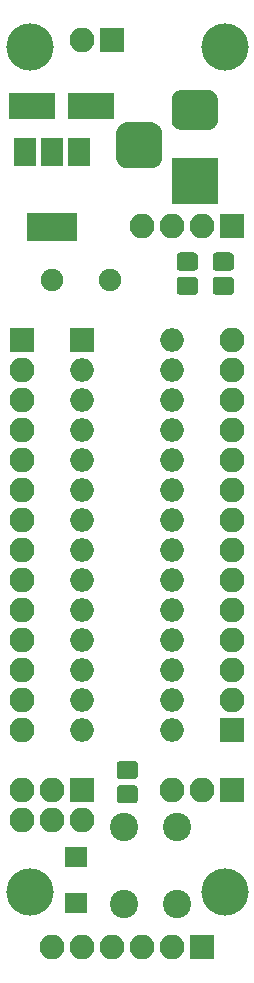
<source format=gbr>
G04 #@! TF.GenerationSoftware,KiCad,Pcbnew,(5.0.0)*
G04 #@! TF.CreationDate,2018-09-25T17:42:14-07:00*
G04 #@! TF.ProjectId,firefly,66697265666C792E6B696361645F7063,A*
G04 #@! TF.SameCoordinates,Original*
G04 #@! TF.FileFunction,Soldermask,Top*
G04 #@! TF.FilePolarity,Negative*
%FSLAX46Y46*%
G04 Gerber Fmt 4.6, Leading zero omitted, Abs format (unit mm)*
G04 Created by KiCad (PCBNEW (5.0.0)) date 09/25/18 17:42:14*
%MOMM*%
%LPD*%
G01*
G04 APERTURE LIST*
%ADD10C,4.000000*%
%ADD11O,2.100000X2.100000*%
%ADD12R,2.100000X2.100000*%
%ADD13C,2.400000*%
%ADD14R,1.870000X1.670000*%
%ADD15R,1.900000X2.400000*%
%ADD16R,4.200000X2.400000*%
%ADD17R,3.900000X2.200000*%
%ADD18C,0.100000*%
%ADD19C,1.550000*%
%ADD20C,3.900000*%
%ADD21C,3.400000*%
%ADD22R,3.900000X3.900000*%
%ADD23O,2.000000X2.000000*%
%ADD24R,2.000000X2.000000*%
%ADD25C,1.900000*%
G04 APERTURE END LIST*
D10*
G04 #@! TO.C,REF\002A\002A*
X159131000Y-66693000D03*
G04 #@! TD*
D11*
G04 #@! TO.C,J8*
X141986000Y-132080000D03*
X141986000Y-129540000D03*
X144526000Y-132080000D03*
X144526000Y-129540000D03*
X147066000Y-132080000D03*
D12*
X147066000Y-129540000D03*
G04 #@! TD*
D10*
G04 #@! TO.C,REF\002A\002A*
X142621000Y-66675000D03*
G04 #@! TD*
G04 #@! TO.C,REF\002A\002A*
X159131000Y-138176000D03*
G04 #@! TD*
G04 #@! TO.C,REF\002A\002A*
X142621000Y-138176000D03*
G04 #@! TD*
D13*
G04 #@! TO.C,SW1*
X155122000Y-139215000D03*
X150622000Y-139215000D03*
X155122000Y-132715000D03*
X150622000Y-132715000D03*
G04 #@! TD*
D11*
G04 #@! TO.C,J6*
X154686000Y-129540000D03*
X157226000Y-129540000D03*
D12*
X159766000Y-129540000D03*
G04 #@! TD*
D11*
G04 #@! TO.C,J5*
X152146000Y-81788000D03*
X154686000Y-81788000D03*
X157226000Y-81788000D03*
D12*
X159766000Y-81788000D03*
G04 #@! TD*
D11*
G04 #@! TO.C,J7*
X144526000Y-142875000D03*
X147066000Y-142875000D03*
X149606000Y-142875000D03*
X152146000Y-142875000D03*
X154686000Y-142875000D03*
D12*
X157226000Y-142875000D03*
G04 #@! TD*
D14*
G04 #@! TO.C,D2*
X146558000Y-135225000D03*
X146558000Y-139095000D03*
G04 #@! TD*
D15*
G04 #@! TO.C,U1*
X146826000Y-75590000D03*
X142226000Y-75590000D03*
X144526000Y-75590000D03*
D16*
X144526000Y-81890000D03*
G04 #@! TD*
D17*
G04 #@! TO.C,D1*
X147788000Y-71628000D03*
X142788000Y-71628000D03*
G04 #@! TD*
D18*
G04 #@! TO.C,D3*
G36*
X156552071Y-84053623D02*
X156584781Y-84058475D01*
X156616857Y-84066509D01*
X156647991Y-84077649D01*
X156677884Y-84091787D01*
X156706247Y-84108787D01*
X156732807Y-84128485D01*
X156757308Y-84150692D01*
X156779515Y-84175193D01*
X156799213Y-84201753D01*
X156816213Y-84230116D01*
X156830351Y-84260009D01*
X156841491Y-84291143D01*
X156849525Y-84323219D01*
X156854377Y-84355929D01*
X156856000Y-84388956D01*
X156856000Y-85265044D01*
X156854377Y-85298071D01*
X156849525Y-85330781D01*
X156841491Y-85362857D01*
X156830351Y-85393991D01*
X156816213Y-85423884D01*
X156799213Y-85452247D01*
X156779515Y-85478807D01*
X156757308Y-85503308D01*
X156732807Y-85525515D01*
X156706247Y-85545213D01*
X156677884Y-85562213D01*
X156647991Y-85576351D01*
X156616857Y-85587491D01*
X156584781Y-85595525D01*
X156552071Y-85600377D01*
X156519044Y-85602000D01*
X155392956Y-85602000D01*
X155359929Y-85600377D01*
X155327219Y-85595525D01*
X155295143Y-85587491D01*
X155264009Y-85576351D01*
X155234116Y-85562213D01*
X155205753Y-85545213D01*
X155179193Y-85525515D01*
X155154692Y-85503308D01*
X155132485Y-85478807D01*
X155112787Y-85452247D01*
X155095787Y-85423884D01*
X155081649Y-85393991D01*
X155070509Y-85362857D01*
X155062475Y-85330781D01*
X155057623Y-85298071D01*
X155056000Y-85265044D01*
X155056000Y-84388956D01*
X155057623Y-84355929D01*
X155062475Y-84323219D01*
X155070509Y-84291143D01*
X155081649Y-84260009D01*
X155095787Y-84230116D01*
X155112787Y-84201753D01*
X155132485Y-84175193D01*
X155154692Y-84150692D01*
X155179193Y-84128485D01*
X155205753Y-84108787D01*
X155234116Y-84091787D01*
X155264009Y-84077649D01*
X155295143Y-84066509D01*
X155327219Y-84058475D01*
X155359929Y-84053623D01*
X155392956Y-84052000D01*
X156519044Y-84052000D01*
X156552071Y-84053623D01*
X156552071Y-84053623D01*
G37*
D19*
X155956000Y-84827000D03*
D18*
G36*
X156552071Y-86103623D02*
X156584781Y-86108475D01*
X156616857Y-86116509D01*
X156647991Y-86127649D01*
X156677884Y-86141787D01*
X156706247Y-86158787D01*
X156732807Y-86178485D01*
X156757308Y-86200692D01*
X156779515Y-86225193D01*
X156799213Y-86251753D01*
X156816213Y-86280116D01*
X156830351Y-86310009D01*
X156841491Y-86341143D01*
X156849525Y-86373219D01*
X156854377Y-86405929D01*
X156856000Y-86438956D01*
X156856000Y-87315044D01*
X156854377Y-87348071D01*
X156849525Y-87380781D01*
X156841491Y-87412857D01*
X156830351Y-87443991D01*
X156816213Y-87473884D01*
X156799213Y-87502247D01*
X156779515Y-87528807D01*
X156757308Y-87553308D01*
X156732807Y-87575515D01*
X156706247Y-87595213D01*
X156677884Y-87612213D01*
X156647991Y-87626351D01*
X156616857Y-87637491D01*
X156584781Y-87645525D01*
X156552071Y-87650377D01*
X156519044Y-87652000D01*
X155392956Y-87652000D01*
X155359929Y-87650377D01*
X155327219Y-87645525D01*
X155295143Y-87637491D01*
X155264009Y-87626351D01*
X155234116Y-87612213D01*
X155205753Y-87595213D01*
X155179193Y-87575515D01*
X155154692Y-87553308D01*
X155132485Y-87528807D01*
X155112787Y-87502247D01*
X155095787Y-87473884D01*
X155081649Y-87443991D01*
X155070509Y-87412857D01*
X155062475Y-87380781D01*
X155057623Y-87348071D01*
X155056000Y-87315044D01*
X155056000Y-86438956D01*
X155057623Y-86405929D01*
X155062475Y-86373219D01*
X155070509Y-86341143D01*
X155081649Y-86310009D01*
X155095787Y-86280116D01*
X155112787Y-86251753D01*
X155132485Y-86225193D01*
X155154692Y-86200692D01*
X155179193Y-86178485D01*
X155205753Y-86158787D01*
X155234116Y-86141787D01*
X155264009Y-86127649D01*
X155295143Y-86116509D01*
X155327219Y-86108475D01*
X155359929Y-86103623D01*
X155392956Y-86102000D01*
X156519044Y-86102000D01*
X156552071Y-86103623D01*
X156552071Y-86103623D01*
G37*
D19*
X155956000Y-86877000D03*
G04 #@! TD*
D18*
G04 #@! TO.C,D4*
G36*
X159600071Y-86103623D02*
X159632781Y-86108475D01*
X159664857Y-86116509D01*
X159695991Y-86127649D01*
X159725884Y-86141787D01*
X159754247Y-86158787D01*
X159780807Y-86178485D01*
X159805308Y-86200692D01*
X159827515Y-86225193D01*
X159847213Y-86251753D01*
X159864213Y-86280116D01*
X159878351Y-86310009D01*
X159889491Y-86341143D01*
X159897525Y-86373219D01*
X159902377Y-86405929D01*
X159904000Y-86438956D01*
X159904000Y-87315044D01*
X159902377Y-87348071D01*
X159897525Y-87380781D01*
X159889491Y-87412857D01*
X159878351Y-87443991D01*
X159864213Y-87473884D01*
X159847213Y-87502247D01*
X159827515Y-87528807D01*
X159805308Y-87553308D01*
X159780807Y-87575515D01*
X159754247Y-87595213D01*
X159725884Y-87612213D01*
X159695991Y-87626351D01*
X159664857Y-87637491D01*
X159632781Y-87645525D01*
X159600071Y-87650377D01*
X159567044Y-87652000D01*
X158440956Y-87652000D01*
X158407929Y-87650377D01*
X158375219Y-87645525D01*
X158343143Y-87637491D01*
X158312009Y-87626351D01*
X158282116Y-87612213D01*
X158253753Y-87595213D01*
X158227193Y-87575515D01*
X158202692Y-87553308D01*
X158180485Y-87528807D01*
X158160787Y-87502247D01*
X158143787Y-87473884D01*
X158129649Y-87443991D01*
X158118509Y-87412857D01*
X158110475Y-87380781D01*
X158105623Y-87348071D01*
X158104000Y-87315044D01*
X158104000Y-86438956D01*
X158105623Y-86405929D01*
X158110475Y-86373219D01*
X158118509Y-86341143D01*
X158129649Y-86310009D01*
X158143787Y-86280116D01*
X158160787Y-86251753D01*
X158180485Y-86225193D01*
X158202692Y-86200692D01*
X158227193Y-86178485D01*
X158253753Y-86158787D01*
X158282116Y-86141787D01*
X158312009Y-86127649D01*
X158343143Y-86116509D01*
X158375219Y-86108475D01*
X158407929Y-86103623D01*
X158440956Y-86102000D01*
X159567044Y-86102000D01*
X159600071Y-86103623D01*
X159600071Y-86103623D01*
G37*
D19*
X159004000Y-86877000D03*
D18*
G36*
X159600071Y-84053623D02*
X159632781Y-84058475D01*
X159664857Y-84066509D01*
X159695991Y-84077649D01*
X159725884Y-84091787D01*
X159754247Y-84108787D01*
X159780807Y-84128485D01*
X159805308Y-84150692D01*
X159827515Y-84175193D01*
X159847213Y-84201753D01*
X159864213Y-84230116D01*
X159878351Y-84260009D01*
X159889491Y-84291143D01*
X159897525Y-84323219D01*
X159902377Y-84355929D01*
X159904000Y-84388956D01*
X159904000Y-85265044D01*
X159902377Y-85298071D01*
X159897525Y-85330781D01*
X159889491Y-85362857D01*
X159878351Y-85393991D01*
X159864213Y-85423884D01*
X159847213Y-85452247D01*
X159827515Y-85478807D01*
X159805308Y-85503308D01*
X159780807Y-85525515D01*
X159754247Y-85545213D01*
X159725884Y-85562213D01*
X159695991Y-85576351D01*
X159664857Y-85587491D01*
X159632781Y-85595525D01*
X159600071Y-85600377D01*
X159567044Y-85602000D01*
X158440956Y-85602000D01*
X158407929Y-85600377D01*
X158375219Y-85595525D01*
X158343143Y-85587491D01*
X158312009Y-85576351D01*
X158282116Y-85562213D01*
X158253753Y-85545213D01*
X158227193Y-85525515D01*
X158202692Y-85503308D01*
X158180485Y-85478807D01*
X158160787Y-85452247D01*
X158143787Y-85423884D01*
X158129649Y-85393991D01*
X158118509Y-85362857D01*
X158110475Y-85330781D01*
X158105623Y-85298071D01*
X158104000Y-85265044D01*
X158104000Y-84388956D01*
X158105623Y-84355929D01*
X158110475Y-84323219D01*
X158118509Y-84291143D01*
X158129649Y-84260009D01*
X158143787Y-84230116D01*
X158160787Y-84201753D01*
X158180485Y-84175193D01*
X158202692Y-84150692D01*
X158227193Y-84128485D01*
X158253753Y-84108787D01*
X158282116Y-84091787D01*
X158312009Y-84077649D01*
X158343143Y-84066509D01*
X158375219Y-84058475D01*
X158407929Y-84053623D01*
X158440956Y-84052000D01*
X159567044Y-84052000D01*
X159600071Y-84053623D01*
X159600071Y-84053623D01*
G37*
D19*
X159004000Y-84827000D03*
G04 #@! TD*
D18*
G04 #@! TO.C,D5*
G36*
X151472071Y-127106623D02*
X151504781Y-127111475D01*
X151536857Y-127119509D01*
X151567991Y-127130649D01*
X151597884Y-127144787D01*
X151626247Y-127161787D01*
X151652807Y-127181485D01*
X151677308Y-127203692D01*
X151699515Y-127228193D01*
X151719213Y-127254753D01*
X151736213Y-127283116D01*
X151750351Y-127313009D01*
X151761491Y-127344143D01*
X151769525Y-127376219D01*
X151774377Y-127408929D01*
X151776000Y-127441956D01*
X151776000Y-128318044D01*
X151774377Y-128351071D01*
X151769525Y-128383781D01*
X151761491Y-128415857D01*
X151750351Y-128446991D01*
X151736213Y-128476884D01*
X151719213Y-128505247D01*
X151699515Y-128531807D01*
X151677308Y-128556308D01*
X151652807Y-128578515D01*
X151626247Y-128598213D01*
X151597884Y-128615213D01*
X151567991Y-128629351D01*
X151536857Y-128640491D01*
X151504781Y-128648525D01*
X151472071Y-128653377D01*
X151439044Y-128655000D01*
X150312956Y-128655000D01*
X150279929Y-128653377D01*
X150247219Y-128648525D01*
X150215143Y-128640491D01*
X150184009Y-128629351D01*
X150154116Y-128615213D01*
X150125753Y-128598213D01*
X150099193Y-128578515D01*
X150074692Y-128556308D01*
X150052485Y-128531807D01*
X150032787Y-128505247D01*
X150015787Y-128476884D01*
X150001649Y-128446991D01*
X149990509Y-128415857D01*
X149982475Y-128383781D01*
X149977623Y-128351071D01*
X149976000Y-128318044D01*
X149976000Y-127441956D01*
X149977623Y-127408929D01*
X149982475Y-127376219D01*
X149990509Y-127344143D01*
X150001649Y-127313009D01*
X150015787Y-127283116D01*
X150032787Y-127254753D01*
X150052485Y-127228193D01*
X150074692Y-127203692D01*
X150099193Y-127181485D01*
X150125753Y-127161787D01*
X150154116Y-127144787D01*
X150184009Y-127130649D01*
X150215143Y-127119509D01*
X150247219Y-127111475D01*
X150279929Y-127106623D01*
X150312956Y-127105000D01*
X151439044Y-127105000D01*
X151472071Y-127106623D01*
X151472071Y-127106623D01*
G37*
D19*
X150876000Y-127880000D03*
D18*
G36*
X151472071Y-129156623D02*
X151504781Y-129161475D01*
X151536857Y-129169509D01*
X151567991Y-129180649D01*
X151597884Y-129194787D01*
X151626247Y-129211787D01*
X151652807Y-129231485D01*
X151677308Y-129253692D01*
X151699515Y-129278193D01*
X151719213Y-129304753D01*
X151736213Y-129333116D01*
X151750351Y-129363009D01*
X151761491Y-129394143D01*
X151769525Y-129426219D01*
X151774377Y-129458929D01*
X151776000Y-129491956D01*
X151776000Y-130368044D01*
X151774377Y-130401071D01*
X151769525Y-130433781D01*
X151761491Y-130465857D01*
X151750351Y-130496991D01*
X151736213Y-130526884D01*
X151719213Y-130555247D01*
X151699515Y-130581807D01*
X151677308Y-130606308D01*
X151652807Y-130628515D01*
X151626247Y-130648213D01*
X151597884Y-130665213D01*
X151567991Y-130679351D01*
X151536857Y-130690491D01*
X151504781Y-130698525D01*
X151472071Y-130703377D01*
X151439044Y-130705000D01*
X150312956Y-130705000D01*
X150279929Y-130703377D01*
X150247219Y-130698525D01*
X150215143Y-130690491D01*
X150184009Y-130679351D01*
X150154116Y-130665213D01*
X150125753Y-130648213D01*
X150099193Y-130628515D01*
X150074692Y-130606308D01*
X150052485Y-130581807D01*
X150032787Y-130555247D01*
X150015787Y-130526884D01*
X150001649Y-130496991D01*
X149990509Y-130465857D01*
X149982475Y-130433781D01*
X149977623Y-130401071D01*
X149976000Y-130368044D01*
X149976000Y-129491956D01*
X149977623Y-129458929D01*
X149982475Y-129426219D01*
X149990509Y-129394143D01*
X150001649Y-129363009D01*
X150015787Y-129333116D01*
X150032787Y-129304753D01*
X150052485Y-129278193D01*
X150074692Y-129253692D01*
X150099193Y-129231485D01*
X150125753Y-129211787D01*
X150154116Y-129194787D01*
X150184009Y-129180649D01*
X150215143Y-129169509D01*
X150247219Y-129161475D01*
X150279929Y-129156623D01*
X150312956Y-129155000D01*
X151439044Y-129155000D01*
X151472071Y-129156623D01*
X151472071Y-129156623D01*
G37*
D19*
X150876000Y-129930000D03*
G04 #@! TD*
D18*
G04 #@! TO.C,J1*
G36*
X152961567Y-73032695D02*
X153056213Y-73046734D01*
X153149028Y-73069983D01*
X153239116Y-73102217D01*
X153325612Y-73143127D01*
X153407681Y-73192317D01*
X153484533Y-73249315D01*
X153555429Y-73313571D01*
X153619685Y-73384467D01*
X153676683Y-73461319D01*
X153725873Y-73543388D01*
X153766783Y-73629884D01*
X153799017Y-73719972D01*
X153822266Y-73812787D01*
X153836305Y-73907433D01*
X153841000Y-74003000D01*
X153841000Y-75953000D01*
X153836305Y-76048567D01*
X153822266Y-76143213D01*
X153799017Y-76236028D01*
X153766783Y-76326116D01*
X153725873Y-76412612D01*
X153676683Y-76494681D01*
X153619685Y-76571533D01*
X153555429Y-76642429D01*
X153484533Y-76706685D01*
X153407681Y-76763683D01*
X153325612Y-76812873D01*
X153239116Y-76853783D01*
X153149028Y-76886017D01*
X153056213Y-76909266D01*
X152961567Y-76923305D01*
X152866000Y-76928000D01*
X150916000Y-76928000D01*
X150820433Y-76923305D01*
X150725787Y-76909266D01*
X150632972Y-76886017D01*
X150542884Y-76853783D01*
X150456388Y-76812873D01*
X150374319Y-76763683D01*
X150297467Y-76706685D01*
X150226571Y-76642429D01*
X150162315Y-76571533D01*
X150105317Y-76494681D01*
X150056127Y-76412612D01*
X150015217Y-76326116D01*
X149982983Y-76236028D01*
X149959734Y-76143213D01*
X149945695Y-76048567D01*
X149941000Y-75953000D01*
X149941000Y-74003000D01*
X149945695Y-73907433D01*
X149959734Y-73812787D01*
X149982983Y-73719972D01*
X150015217Y-73629884D01*
X150056127Y-73543388D01*
X150105317Y-73461319D01*
X150162315Y-73384467D01*
X150226571Y-73313571D01*
X150297467Y-73249315D01*
X150374319Y-73192317D01*
X150456388Y-73143127D01*
X150542884Y-73102217D01*
X150632972Y-73069983D01*
X150725787Y-73046734D01*
X150820433Y-73032695D01*
X150916000Y-73028000D01*
X152866000Y-73028000D01*
X152961567Y-73032695D01*
X152961567Y-73032695D01*
G37*
D20*
X151891000Y-74978000D03*
D18*
G36*
X157774315Y-70282093D02*
X157856827Y-70294333D01*
X157937742Y-70314601D01*
X158016281Y-70342702D01*
X158091687Y-70378367D01*
X158163235Y-70421251D01*
X158230234Y-70470941D01*
X158292041Y-70526959D01*
X158348059Y-70588766D01*
X158397749Y-70655765D01*
X158440633Y-70727313D01*
X158476298Y-70802719D01*
X158504399Y-70881258D01*
X158524667Y-70962173D01*
X158536907Y-71044685D01*
X158541000Y-71128000D01*
X158541000Y-72828000D01*
X158536907Y-72911315D01*
X158524667Y-72993827D01*
X158504399Y-73074742D01*
X158476298Y-73153281D01*
X158440633Y-73228687D01*
X158397749Y-73300235D01*
X158348059Y-73367234D01*
X158292041Y-73429041D01*
X158230234Y-73485059D01*
X158163235Y-73534749D01*
X158091687Y-73577633D01*
X158016281Y-73613298D01*
X157937742Y-73641399D01*
X157856827Y-73661667D01*
X157774315Y-73673907D01*
X157691000Y-73678000D01*
X155491000Y-73678000D01*
X155407685Y-73673907D01*
X155325173Y-73661667D01*
X155244258Y-73641399D01*
X155165719Y-73613298D01*
X155090313Y-73577633D01*
X155018765Y-73534749D01*
X154951766Y-73485059D01*
X154889959Y-73429041D01*
X154833941Y-73367234D01*
X154784251Y-73300235D01*
X154741367Y-73228687D01*
X154705702Y-73153281D01*
X154677601Y-73074742D01*
X154657333Y-72993827D01*
X154645093Y-72911315D01*
X154641000Y-72828000D01*
X154641000Y-71128000D01*
X154645093Y-71044685D01*
X154657333Y-70962173D01*
X154677601Y-70881258D01*
X154705702Y-70802719D01*
X154741367Y-70727313D01*
X154784251Y-70655765D01*
X154833941Y-70588766D01*
X154889959Y-70526959D01*
X154951766Y-70470941D01*
X155018765Y-70421251D01*
X155090313Y-70378367D01*
X155165719Y-70342702D01*
X155244258Y-70314601D01*
X155325173Y-70294333D01*
X155407685Y-70282093D01*
X155491000Y-70278000D01*
X157691000Y-70278000D01*
X157774315Y-70282093D01*
X157774315Y-70282093D01*
G37*
D21*
X156591000Y-71978000D03*
D22*
X156591000Y-77978000D03*
G04 #@! TD*
D12*
G04 #@! TO.C,J2*
X141986000Y-91440000D03*
D11*
X141986000Y-93980000D03*
X141986000Y-96520000D03*
X141986000Y-99060000D03*
X141986000Y-101600000D03*
X141986000Y-104140000D03*
X141986000Y-106680000D03*
X141986000Y-109220000D03*
X141986000Y-111760000D03*
X141986000Y-114300000D03*
X141986000Y-116840000D03*
X141986000Y-119380000D03*
X141986000Y-121920000D03*
X141986000Y-124460000D03*
G04 #@! TD*
G04 #@! TO.C,J3*
X159766000Y-91440000D03*
X159766000Y-93980000D03*
X159766000Y-96520000D03*
X159766000Y-99060000D03*
X159766000Y-101600000D03*
X159766000Y-104140000D03*
X159766000Y-106680000D03*
X159766000Y-109220000D03*
X159766000Y-111760000D03*
X159766000Y-114300000D03*
X159766000Y-116840000D03*
X159766000Y-119380000D03*
X159766000Y-121920000D03*
D12*
X159766000Y-124460000D03*
G04 #@! TD*
D11*
G04 #@! TO.C,J4*
X147066000Y-66040000D03*
D12*
X149606000Y-66040000D03*
G04 #@! TD*
D23*
G04 #@! TO.C,U2*
X154686000Y-91440000D03*
X147066000Y-124460000D03*
X154686000Y-93980000D03*
X147066000Y-121920000D03*
X154686000Y-96520000D03*
X147066000Y-119380000D03*
X154686000Y-99060000D03*
X147066000Y-116840000D03*
X154686000Y-101600000D03*
X147066000Y-114300000D03*
X154686000Y-104140000D03*
X147066000Y-111760000D03*
X154686000Y-106680000D03*
X147066000Y-109220000D03*
X154686000Y-109220000D03*
X147066000Y-106680000D03*
X154686000Y-111760000D03*
X147066000Y-104140000D03*
X154686000Y-114300000D03*
X147066000Y-101600000D03*
X154686000Y-116840000D03*
X147066000Y-99060000D03*
X154686000Y-119380000D03*
X147066000Y-96520000D03*
X154686000Y-121920000D03*
X147066000Y-93980000D03*
X154686000Y-124460000D03*
D24*
X147066000Y-91440000D03*
G04 #@! TD*
D25*
G04 #@! TO.C,Y1*
X149406000Y-86360000D03*
X144526000Y-86360000D03*
G04 #@! TD*
M02*

</source>
